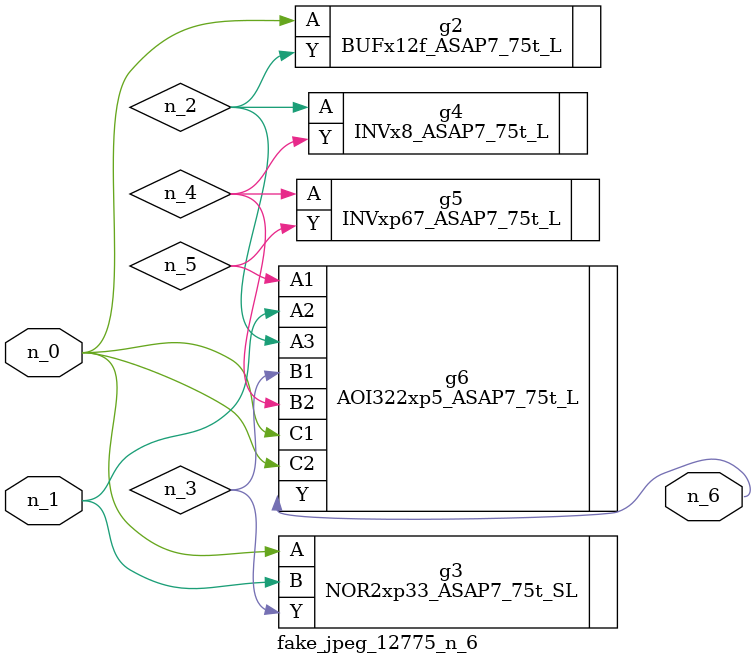
<source format=v>
module fake_jpeg_12775_n_6 (n_0, n_1, n_6);

input n_0;
input n_1;

output n_6;

wire n_2;
wire n_3;
wire n_4;
wire n_5;

BUFx12f_ASAP7_75t_L g2 ( 
.A(n_0),
.Y(n_2)
);

NOR2xp33_ASAP7_75t_SL g3 ( 
.A(n_0),
.B(n_1),
.Y(n_3)
);

INVx8_ASAP7_75t_L g4 ( 
.A(n_2),
.Y(n_4)
);

INVxp67_ASAP7_75t_L g5 ( 
.A(n_4),
.Y(n_5)
);

AOI322xp5_ASAP7_75t_L g6 ( 
.A1(n_5),
.A2(n_1),
.A3(n_2),
.B1(n_3),
.B2(n_4),
.C1(n_0),
.C2(n_0),
.Y(n_6)
);


endmodule
</source>
